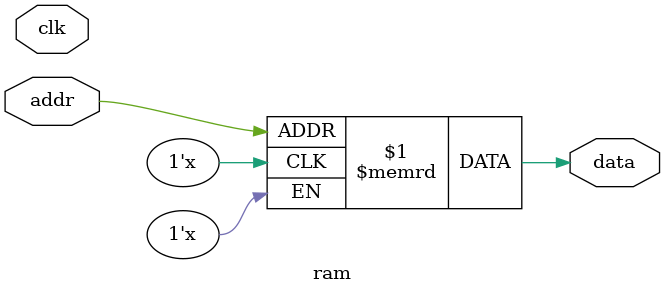
<source format=v>
module ram #(parameter ADDR_WIDTH = 1, parameter DATA_WIDTH = 1) (
        input  clk,
        input  [ADDR_WIDTH-1:0] addr,
        output [DATA_WIDTH-1:0] data
    );

    reg [DATA_WIDTH-1:0] ram [2**ADDR_WIDTH-1:0];
    
    assign data = ram[addr];

endmodule //ram

</source>
